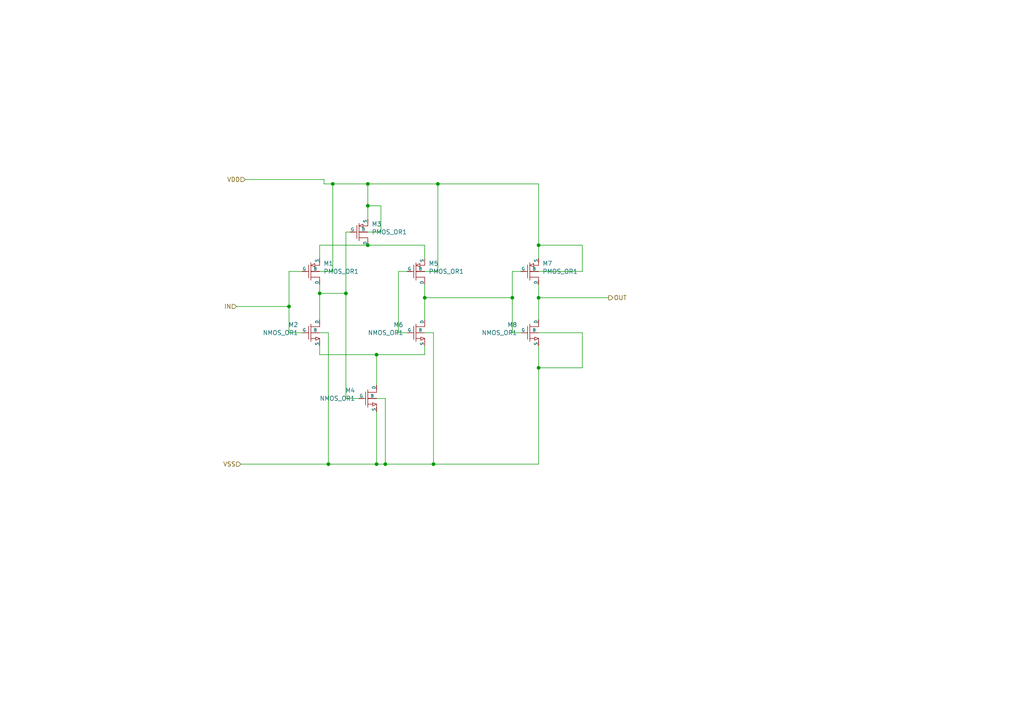
<source format=kicad_sch>
(kicad_sch (version 20230121) (generator eeschema)
  (paper "A4")
  (lib_symbols
    (symbol "0_OR1Symbols:NMOS_OR1" (pin_numbers hide) (pin_names (offset 0))
      (property "Reference" "M" (at 8.89 5.08 0))
      (property "Value" "NMOS_OR1" (at 8.89 2.54 0))
      (symbol "NMOS_OR1_0_1"
        (polyline (pts (xy 0 0) (xy 1.905 0)))
        (polyline (pts (xy 1.905 1.905) (xy 1.905 -1.905)))
        (polyline (pts (xy 2.54 -2.54) (xy 2.54 2.54)))
        (polyline (pts (xy 2.54 -1.651) (xy 3.937 -1.651)))
        (polyline (pts (xy 2.54 0) (xy 5.08 0)))
        (polyline (pts (xy 2.54 1.778) (xy 5.08 1.778)))
        (polyline (pts (xy 3.937 -2.159) (xy 3.937 -1.27)))
        (polyline (pts (xy 3.937 -1.27) (xy 5.08 -1.651)))
        (polyline (pts (xy 5.08 -1.651) (xy 3.937 -2.159)))
        (polyline (pts (xy 5.08 -1.651) (xy 5.08 -3.81)))
        (polyline (pts (xy 5.08 1.778) (xy 5.08 3.81)))
      )
      (symbol "NMOS_OR1_1_1"
        (pin passive line (at 5.08 3.81 270) (length 1.27) (name "D") (number "1"))
        (pin passive line (at 0 0 0) (length 1.27) (name "G") (number "2"))
        (pin passive line (at 5.08 -3.81 90) (length 1.27) (name "S") (number "3"))
        (pin passive line (at 5.08 0 180) (length 2.54) (name "B") (number "4"))
      )
    )
    (symbol "0_OR1Symbols:PMOS_OR1" (pin_numbers hide) (pin_names (offset 0))
      (property "Reference" "M" (at 8.89 5.08 0))
      (property "Value" "PMOS_OR1" (at 8.89 2.54 0))
      (symbol "PMOS_OR1_0_1"
        (polyline (pts (xy 0 0) (xy 1.905 0)))
        (polyline (pts (xy 1.905 1.905) (xy 1.905 -1.905)))
        (polyline (pts (xy 2.54 -2.54) (xy 2.54 2.54)))
        (polyline (pts (xy 2.54 -1.651) (xy 5.08 -1.651)))
        (polyline (pts (xy 2.54 0) (xy 5.08 0)))
        (polyline (pts (xy 2.54 1.778) (xy 3.683 2.286)))
        (polyline (pts (xy 3.683 1.397) (xy 2.54 1.778)))
        (polyline (pts (xy 3.683 1.397) (xy 3.683 2.286)))
        (polyline (pts (xy 3.683 1.778) (xy 5.08 1.778)))
        (polyline (pts (xy 5.08 -1.651) (xy 5.08 -3.81)))
        (polyline (pts (xy 5.08 1.778) (xy 5.08 3.81)))
      )
      (symbol "PMOS_OR1_1_1"
        (pin passive line (at 5.08 -3.81 90) (length 1.27) (name "D") (number "1"))
        (pin passive line (at 0 0 0) (length 1.27) (name "G") (number "2"))
        (pin passive line (at 5.08 3.81 270) (length 1.27) (name "S") (number "3"))
        (pin passive line (at 5.08 0 180) (length 2.54) (name "B") (number "4"))
      )
    )
  )
  (junction (at 156.21 106.68))
  (junction (at 109.22 102.87))
  (junction (at 92.71 85.09))
  (junction (at 127 53.34))
  (junction (at 106.68 71.12))
  (junction (at 123.19 86.36))
  (junction (at 156.21 71.12))
  (junction (at 106.68 59.69))
  (junction (at 106.68 53.34))
  (junction (at 96.52 53.34))
  (junction (at 148.59 86.36))
  (junction (at 156.21 86.36))
  (junction (at 125.73 134.62))
  (junction (at 109.22 134.62))
  (junction (at 100.33 85.09))
  (junction (at 95.25 134.62))
  (junction (at 111.76 134.62))
  (junction (at 83.82 88.9))
  (wire (pts (xy 109.22 119.38) (xy 109.22 134.62)))
  (wire (pts (xy 100.33 85.09) (xy 100.33 115.57)))
  (wire (pts (xy 87.63 96.52) (xy 83.82 96.52)))
  (wire (pts (xy 83.82 88.9) (xy 83.82 96.52)))
  (wire (pts (xy 96.52 53.34) (xy 96.52 78.74)))
  (wire (pts (xy 115.57 96.52) (xy 118.11 96.52)))
  (wire (pts (xy 92.71 71.12) (xy 92.71 74.93)))
  (wire (pts (xy 156.21 86.36) (xy 156.21 92.71)))
  (wire (pts (xy 92.71 85.09) (xy 100.33 85.09)))
  (wire (pts (xy 83.82 78.74) (xy 83.82 88.9)))
  (wire (pts (xy 95.25 96.52) (xy 95.25 134.62)))
  (wire (pts (xy 96.52 78.74) (xy 92.71 78.74)))
  (wire (pts (xy 156.21 100.33) (xy 156.21 106.68)))
  (wire (pts (xy 151.13 78.74) (xy 148.59 78.74)))
  (wire (pts (xy 92.71 102.87) (xy 109.22 102.87)))
  (wire (pts (xy 106.68 53.34) (xy 106.68 59.69)))
  (wire (pts (xy 156.21 86.36) (xy 176.53 86.36)))
  (wire (pts (xy 127 53.34) (xy 127 78.74)))
  (wire (pts (xy 69.85 134.62) (xy 95.25 134.62)))
  (wire (pts (xy 148.59 78.74) (xy 148.59 86.36)))
  (wire (pts (xy 123.19 100.33) (xy 123.19 102.87)))
  (wire (pts (xy 168.91 96.52) (xy 168.91 106.68)))
  (wire (pts (xy 127 53.34) (xy 106.68 53.34)))
  (wire (pts (xy 100.33 115.57) (xy 104.14 115.57)))
  (wire (pts (xy 71.12 52.07) (xy 93.98 52.07)))
  (wire (pts (xy 106.68 59.69) (xy 106.68 63.5)))
  (wire (pts (xy 93.98 53.34) (xy 96.52 53.34)))
  (wire (pts (xy 123.19 86.36) (xy 123.19 92.71)))
  (wire (pts (xy 125.73 134.62) (xy 156.21 134.62)))
  (wire (pts (xy 111.76 134.62) (xy 109.22 134.62)))
  (wire (pts (xy 100.33 85.09) (xy 100.33 67.31)))
  (wire (pts (xy 93.98 52.07) (xy 93.98 53.34)))
  (wire (pts (xy 127 78.74) (xy 123.19 78.74)))
  (wire (pts (xy 156.21 78.74) (xy 168.91 78.74)))
  (wire (pts (xy 111.76 115.57) (xy 111.76 134.62)))
  (wire (pts (xy 92.71 100.33) (xy 92.71 102.87)))
  (wire (pts (xy 92.71 85.09) (xy 92.71 92.71)))
  (wire (pts (xy 156.21 96.52) (xy 168.91 96.52)))
  (wire (pts (xy 68.58 88.9) (xy 83.82 88.9)))
  (wire (pts (xy 115.57 78.74) (xy 115.57 96.52)))
  (wire (pts (xy 168.91 106.68) (xy 156.21 106.68)))
  (wire (pts (xy 156.21 71.12) (xy 156.21 74.93)))
  (wire (pts (xy 92.71 96.52) (xy 95.25 96.52)))
  (wire (pts (xy 156.21 53.34) (xy 156.21 71.12)))
  (wire (pts (xy 125.73 96.52) (xy 125.73 134.62)))
  (wire (pts (xy 123.19 71.12) (xy 123.19 74.93)))
  (wire (pts (xy 106.68 71.12) (xy 92.71 71.12)))
  (wire (pts (xy 83.82 78.74) (xy 87.63 78.74)))
  (wire (pts (xy 118.11 78.74) (xy 115.57 78.74)))
  (wire (pts (xy 110.49 59.69) (xy 110.49 67.31)))
  (wire (pts (xy 156.21 106.68) (xy 156.21 134.62)))
  (wire (pts (xy 156.21 82.55) (xy 156.21 86.36)))
  (wire (pts (xy 109.22 115.57) (xy 111.76 115.57)))
  (wire (pts (xy 96.52 53.34) (xy 106.68 53.34)))
  (wire (pts (xy 109.22 102.87) (xy 109.22 111.76)))
  (wire (pts (xy 100.33 67.31) (xy 101.6 67.31)))
  (wire (pts (xy 106.68 59.69) (xy 110.49 59.69)))
  (wire (pts (xy 123.19 96.52) (xy 125.73 96.52)))
  (wire (pts (xy 123.19 86.36) (xy 148.59 86.36)))
  (wire (pts (xy 156.21 71.12) (xy 168.91 71.12)))
  (wire (pts (xy 123.19 102.87) (xy 109.22 102.87)))
  (wire (pts (xy 111.76 134.62) (xy 125.73 134.62)))
  (wire (pts (xy 92.71 82.55) (xy 92.71 85.09)))
  (wire (pts (xy 123.19 82.55) (xy 123.19 86.36)))
  (wire (pts (xy 168.91 71.12) (xy 168.91 78.74)))
  (wire (pts (xy 95.25 134.62) (xy 109.22 134.62)))
  (wire (pts (xy 110.49 67.31) (xy 106.68 67.31)))
  (wire (pts (xy 127 53.34) (xy 156.21 53.34)))
  (wire (pts (xy 106.68 71.12) (xy 123.19 71.12)))
  (wire (pts (xy 148.59 86.36) (xy 148.59 96.52)))
  (wire (pts (xy 148.59 96.52) (xy 151.13 96.52)))
  (hierarchical_label "OUT" (shape output) (at 176.53 86.36 0))
  (hierarchical_label "VSS" (shape input) (at 69.85 134.62 180))
  (hierarchical_label "VDD" (shape input) (at 71.12 52.07 180))
  (hierarchical_label "IN" (shape input) (at 68.58 88.9 180))
  (symbol (lib_id "0_OR1Symbols:PMOS_OR1") (at 87.63 78.74 0) (unit 1)
    (property "Reference" "M1" (at 93.8276 76.4286 0) (effects (justify left)))
    (property "Value" "PMOS_OR1" (at 93.8276 78.74 0) (effects (justify left)))
    (property "Sim.Device" "SPICE" (effects hide))
    (property "Sim.Params" "type=\"M\" model=\"PMOS_OR1 l=1u w=2u\" lib=\"\"" (effects hide))
    (property "Sim.Pins" "1=1 2=2 3=3 4=4" (effects hide))
    (instances (project "tb" (path "" (reference "M1") (unit 1)) (path "" (reference "M9") (unit 1))) (project "HComparator" (path "" (reference "M15") (unit 1))))
  )
  (symbol (lib_id "0_OR1Symbols:NMOS_OR1") (at 118.11 96.52 0) (unit 1)
    (property "Reference" "M6" (at 116.9924 94.2086 0) (effects (justify right)))
    (property "Value" "NMOS_OR1" (at 116.9924 96.52 0) (effects (justify right)))
    (property "Sim.Device" "SPICE" (effects hide))
    (property "Sim.Params" "type=\"M\" model=\"NMOS_OR1 l=1u w=2u\" lib=\"\"" (effects hide))
    (property "Sim.Pins" "1=1 2=2 3=3 4=4" (effects hide))
    (instances (project "tb" (path "" (reference "M6") (unit 1)) (path "" (reference "M14") (unit 1))) (project "HComparator" (path "" (reference "M20") (unit 1))))
  )
  (symbol (lib_id "0_OR1Symbols:NMOS_OR1") (at 104.14 115.57 0) (unit 1)
    (property "Reference" "M4" (at 103.0224 113.2586 0) (effects (justify right)))
    (property "Value" "NMOS_OR1" (at 103.0224 115.57 0) (effects (justify right)))
    (property "Sim.Device" "SPICE" (effects hide))
    (property "Sim.Params" "type=\"M\" model=\"NMOS_OR1 l=1u w=2u\" lib=\"\"" (effects hide))
    (property "Sim.Pins" "1=1 2=2 3=3 4=4" (effects hide))
    (instances (project "tb" (path "" (reference "M4") (unit 1)) (path "" (reference "M12") (unit 1))) (project "HComparator" (path "" (reference "M18") (unit 1))))
  )
  (symbol (lib_id "0_OR1Symbols:PMOS_OR1") (at 151.13 78.74 0) (unit 1)
    (property "Reference" "M7" (at 157.3276 76.4286 0) (effects (justify left)))
    (property "Value" "PMOS_OR1" (at 157.3276 78.74 0) (effects (justify left)))
    (property "Sim.Device" "SPICE" (effects hide))
    (property "Sim.Params" "type=\"M\" model=\"PMOS_OR1 l=1u w=6u\" lib=\"\"" (effects hide))
    (property "Sim.Pins" "1=1 2=2 3=3 4=4" (effects hide))
    (instances (project "tb" (path "" (reference "M7") (unit 1)) (path "" (reference "M15") (unit 1))) (project "HComparator" (path "" (reference "M21") (unit 1))))
  )
  (symbol (lib_id "0_OR1Symbols:PMOS_OR1") (at 101.6 67.31 0) (unit 1)
    (property "Reference" "M3" (at 107.7976 64.9986 0) (effects (justify left)))
    (property "Value" "PMOS_OR1" (at 107.7976 67.31 0) (effects (justify left)))
    (property "Sim.Device" "SPICE" (effects hide))
    (property "Sim.Params" "type=\"M\" model=\"PMOS_OR1 l=1u w=2u\" lib=\"\"" (effects hide))
    (property "Sim.Pins" "1=1 2=2 3=3 4=4" (effects hide))
    (instances (project "tb" (path "" (reference "M3") (unit 1)) (path "" (reference "M11") (unit 1))) (project "HComparator" (path "" (reference "M17") (unit 1))))
  )
  (symbol (lib_id "0_OR1Symbols:PMOS_OR1") (at 118.11 78.74 0) (unit 1)
    (property "Reference" "M5" (at 124.3076 76.4286 0) (effects (justify left)))
    (property "Value" "PMOS_OR1" (at 124.3076 78.74 0) (effects (justify left)))
    (property "Sim.Device" "SPICE" (effects hide))
    (property "Sim.Params" "type=\"M\" model=\"PMOS_OR1 l=1u w=2u\" lib=\"\"" (effects hide))
    (property "Sim.Pins" "1=1 2=2 3=3 4=4" (effects hide))
    (instances (project "tb" (path "" (reference "M5") (unit 1)) (path "" (reference "M13") (unit 1))) (project "HComparator" (path "" (reference "M19") (unit 1))))
  )
  (symbol (lib_id "0_OR1Symbols:NMOS_OR1") (at 151.13 96.52 0) (unit 1)
    (property "Reference" "M8" (at 150.0124 94.2086 0) (effects (justify right)))
    (property "Value" "NMOS_OR1" (at 150.0124 96.52 0) (effects (justify right)))
    (property "Sim.Device" "SPICE" (effects hide))
    (property "Sim.Params" "type=\"M\" model=\"NMOS_OR1 l=1u w=2u\" lib=\"\"" (effects hide))
    (property "Sim.Pins" "1=1 2=2 3=3 4=4" (effects hide))
    (instances (project "tb" (path "" (reference "M8") (unit 1)) (path "" (reference "M16") (unit 1))) (project "HComparator" (path "" (reference "M22") (unit 1))))
  )
  (symbol (lib_id "0_OR1Symbols:NMOS_OR1") (at 87.63 96.52 0) (unit 1)
    (property "Reference" "M2" (at 86.5124 94.2086 0) (effects (justify right)))
    (property "Value" "NMOS_OR1" (at 86.5124 96.52 0) (effects (justify right)))
    (property "Sim.Device" "SPICE" (effects hide))
    (property "Sim.Params" "type=\"M\" model=\"NMOS_OR1 l=1u w=2u\" lib=\"\"" (effects hide))
    (property "Sim.Pins" "1=1 2=2 3=3 4=4" (effects hide))
    (instances (project "tb" (path "" (reference "M2") (unit 1)) (path "" (reference "M10") (unit 1))) (project "HComparator" (path "" (reference "M16") (unit 1))))
  )
)
</source>
